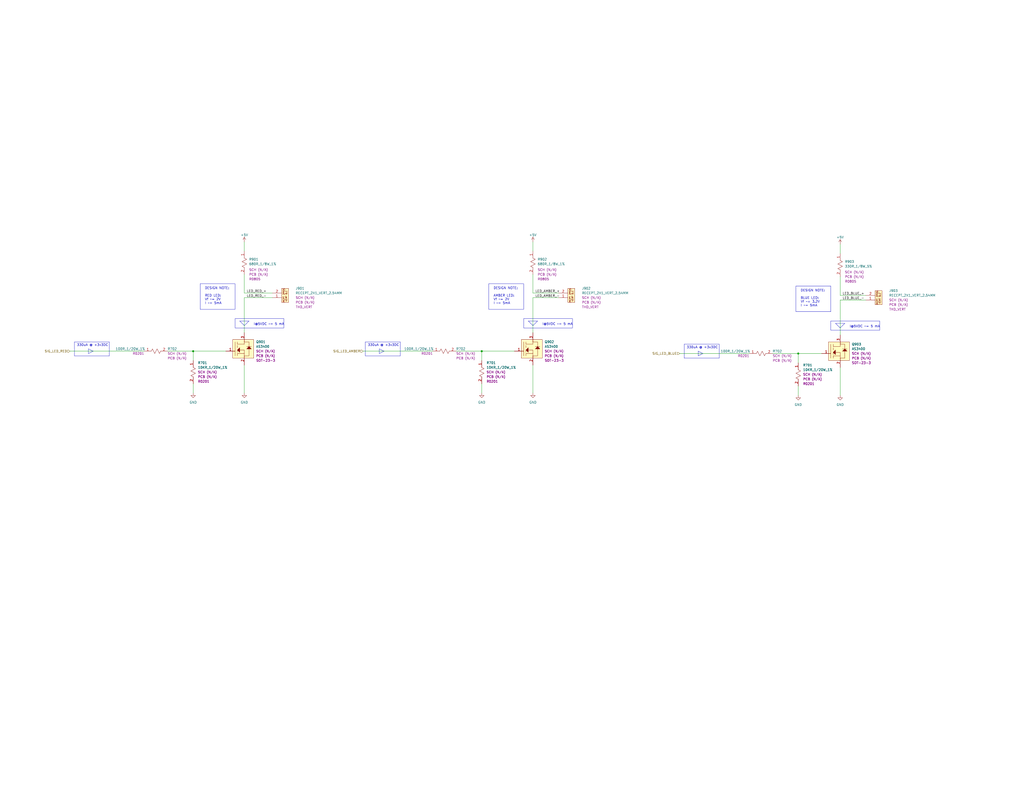
<source format=kicad_sch>
(kicad_sch (version 20230121) (generator eeschema)
  (paper "C")
  (title_block (title "Hot Plate") (date "09/15/2023") (rev "v1.0") (company "Mend0z0") (comment 1 "v1") (comment 2 "RELEASED") (comment 3 "Siavash Taher Parvar") (comment 8 "N/A"))
  (lib_symbols
    (symbol "_SCHLIB_HotPlate:CONN_RECEPT_2POS_VERT_2.54MM"
      (property "Reference" "J" (at 2.54 2.54 0))
      (property "Value" "RECEPT_2X1_VERT_2.54MM" (at 2.54 5.08 0))
      (property "SCH CHECK" "SCH (N/A)" (at 2.54 30.48 0))
      (property "Package" "THD_VERT" (at 2.54 33.02 0))
      (property "PCB CHECk" "PCB (N/A)" (at 2.54 27.94 0))
      (symbol "CONN_RECEPT_2POS_VERT_2.54MM_0_1"
        (rectangle (start 0 0) (end 3.81 -7.62) (fill (type background)))
      )
      (symbol "CONN_RECEPT_2POS_VERT_2.54MM_1_1"
        (text "RCPT 2POS\nVERT 0.1\"" (at 1.905 -3.81 900) (effects (font (size 0.889 0.889))))
        (pin passive line (at -5.08 -2.54 0) (length 5.08) (name "") (number "1"))
        (pin passive line (at -5.08 -5.08 0) (length 5.08) (name "") (number "2"))
      )
    )
    (symbol "_SCHLIB_HotPlate:Q_MOSFET_AS3400_N-CH_30V_5.6A_1.2W_SOT-23-3"
      (property "Reference" "Q" (at 2.54 6.35 0))
      (property "Value" "AS3400" (at 2.54 8.89 0))
      (property "SCH CHECK" "SCH (N/A)" (at 2.54 34.29 0))
      (property "Package" "SOT-23-3" (at 2.54 36.83 0))
      (property "PCB CHECk" "PCB (N/A)" (at 2.54 31.75 0))
      (symbol "Q_MOSFET_AS3400_N-CH_30V_5.6A_1.2W_SOT-23-3_0_1"
        (polyline (pts (xy 5.08 -5.08) (xy 5.08 -12.7)))
        (polyline (pts (xy 6.35 -11.43) (xy 6.35 -12.7)))
        (polyline (pts (xy 6.35 -9.525) (xy 6.35 -10.795)))
        (polyline (pts (xy 6.35 -6.985) (xy 6.35 -8.255)))
        (polyline (pts (xy 6.35 -5.08) (xy 6.35 -6.35)))
        (polyline (pts (xy 11.43 -7.62) (xy 13.97 -7.62)))
        (polyline (pts (xy 6.35 -11.43) (xy 10.16 -11.43) (xy 10.16 -12.7)))
        (polyline (pts (xy 6.35 -6.35) (xy 10.16 -6.35) (xy 10.16 -5.08)))
        (polyline (pts (xy 10.16 -11.43) (xy 10.16 -9.525) (xy 6.35 -9.525)))
        (polyline (pts (xy 7.62 -8.255) (xy 6.35 -9.525) (xy 7.62 -10.795) (xy 7.62 -8.255)) (fill (type outline)))
        (polyline (pts (xy 10.16 -12.7) (xy 12.7 -12.7) (xy 12.7 -5.08) (xy 10.16 -5.08)))
        (polyline (pts (xy 11.43 -8.89) (xy 12.7 -7.62) (xy 13.97 -8.89) (xy 11.43 -8.89)) (fill (type outline)))
        (rectangle (start 3.81 -3.81) (end 15.24 -13.97) (fill (type background)))
      )
      (symbol "Q_MOSFET_AS3400_N-CH_30V_5.6A_1.2W_SOT-23-3_1_1"
        (pin passive line (at 0 -10.16 0) (length 5.08) (name "") (number "1"))
        (pin passive line (at 10.16 -17.78 90) (length 5.08) (name "") (number "2"))
        (pin passive line (at 10.16 0 270) (length 5.08) (name "") (number "3"))
      )
    )
    (symbol "_SCHLIB_HotPlate:RES_100R_1/20W_1%_R0201"
      (property "Reference" "R" (at 2.54 3.81 0))
      (property "Value" "100R_1/20W_1%" (at 2.54 6.35 0))
      (property "SCH CHECK" "SCH (N/A)" (at 2.54 31.75 0))
      (property "Package" "R0201" (at 2.54 34.29 0))
      (property "PCB CHECk" "PCB (N/A)" (at 2.54 29.21 0))
      (symbol "RES_100R_1/20W_1%_R0201_0_0"
        (polyline (pts (xy 3.81 0) (xy 4.445 1.27) (xy 5.715 -1.27) (xy 6.985 1.27) (xy 8.255 -1.27) (xy 8.89 0)))
      )
      (symbol "RES_100R_1/20W_1%_R0201_1_1"
        (pin passive line (at 0 0 0) (length 3.81) (name "") (number "1"))
        (pin passive line (at 12.7 0 180) (length 3.81) (name "") (number "2"))
      )
    )
    (symbol "_SCHLIB_HotPlate:RES_10KR_1/20W_1%_R0201"
      (property "Reference" "R" (at 2.54 5.08 0))
      (property "Value" "10KR_1/20W_1%" (at 2.54 7.62 0))
      (property "SCH CHECK" "SCH (N/A)" (at 2.54 33.02 0))
      (property "Package" "R0201" (at 2.54 35.56 0))
      (property "PCB CHECk" "PCB (N/A)" (at 2.54 30.48 0))
      (symbol "RES_10KR_1/20W_1%_R0201_0_0"
        (polyline (pts (xy 3.81 0) (xy 4.445 1.27) (xy 5.715 -1.27) (xy 6.985 1.27) (xy 8.255 -1.27) (xy 8.89 0)))
      )
      (symbol "RES_10KR_1/20W_1%_R0201_1_1"
        (pin passive line (at 0 0 0) (length 3.81) (name "") (number "1"))
        (pin passive line (at 12.7 0 180) (length 3.81) (name "") (number "2"))
      )
    )
    (symbol "_SCHLIB_HotPlate:RES_330R_1/8W_5%_R0805"
      (property "Reference" "R" (at 2.54 3.81 0))
      (property "Value" "330R_1/8W_5%" (at 2.54 6.35 0))
      (property "SCH CHECK" "SCH (N/A)" (at 2.54 31.75 0))
      (property "Package" "R0805" (at 2.54 34.29 0))
      (property "PCB CHECk" "PCB (N/A)" (at 2.54 29.21 0))
      (symbol "RES_330R_1/8W_5%_R0805_0_0"
        (polyline (pts (xy 3.81 0) (xy 4.445 1.27) (xy 5.715 -1.27) (xy 6.985 1.27) (xy 8.255 -1.27) (xy 8.89 0)))
      )
      (symbol "RES_330R_1/8W_5%_R0805_1_1"
        (pin passive line (at 0 0 0) (length 3.81) (name "") (number "1"))
        (pin passive line (at 12.7 0 180) (length 3.81) (name "") (number "2"))
      )
    )
    (symbol "_SCHLIB_HotPlate:RES_680R_1/8W_1%_R0805"
      (property "Reference" "R" (at 2.54 3.81 0))
      (property "Value" "680R_1/8W_1%" (at 2.54 6.35 0))
      (property "SCH CHECK" "SCH (N/A)" (at 2.54 31.75 0))
      (property "Package" "R0805" (at 2.54 34.29 0))
      (property "PCB CHECk" "PCB (N/A)" (at 2.54 29.21 0))
      (symbol "RES_680R_1/8W_1%_R0805_0_0"
        (polyline (pts (xy 3.81 0) (xy 4.445 1.27) (xy 5.715 -1.27) (xy 6.985 1.27) (xy 8.255 -1.27) (xy 8.89 0)))
      )
      (symbol "RES_680R_1/8W_1%_R0805_1_1"
        (pin passive line (at 0 0 0) (length 3.81) (name "") (number "1"))
        (pin passive line (at 12.7 0 180) (length 3.81) (name "") (number "2"))
      )
    )
    (symbol "power:+5V" (power) (pin_names (offset 0))
      (property "Value" "+5V" (at 0 3.556 0))
      (symbol "+5V_0_1"
        (polyline (pts (xy -0.762 1.27) (xy 0 2.54)))
        (polyline (pts (xy 0 0) (xy 0 2.54)))
        (polyline (pts (xy 0 2.54) (xy 0.762 1.27)))
      )
      (symbol "+5V_1_1"
        (pin power_in line (at 0 0 90) (length 0) hide (name "+5V") (number "1"))
      )
    )
    (symbol "power:GND" (power) (pin_names (offset 0))
      (property "Value" "GND" (at 0 -3.81 0))
      (symbol "GND_0_1"
        (polyline (pts (xy 0 0) (xy 0 -1.27) (xy 1.27 -1.27) (xy 0 -2.54) (xy -1.27 -1.27) (xy 0 -1.27)))
      )
      (symbol "GND_1_1"
        (pin power_in line (at 0 0 270) (length 0) hide (name "GND") (number "1"))
      )
    )
  )
  (junction (at 105.41 191.77))
  (junction (at 435.61 193.04))
  (junction (at 262.89 191.77))
  (polyline (pts (xy 48.26 190.5) (xy 50.8 191.77)))
  (wire (pts (xy 458.47 133.35) (xy 458.47 138.43)))
  (polyline (pts (xy 199.39 186.69) (xy 199.39 194.31)))
  (polyline (pts (xy 381 191.77) (xy 383.54 193.04)))
  (wire (pts (xy 133.35 162.56) (xy 148.59 162.56)))
  (wire (pts (xy 458.47 215.9) (xy 458.47 200.66)))
  (wire (pts (xy 290.83 149.86) (xy 290.83 160.02)))
  (polyline (pts (xy 40.64 186.69) (xy 40.64 194.31)))
  (polyline (pts (xy 48.26 193.04) (xy 50.8 191.77)))
  (wire (pts (xy 458.47 151.13) (xy 458.47 161.29)))
  (wire (pts (xy 435.61 193.04) (xy 448.31 193.04)))
  (polyline (pts (xy 59.69 194.31) (xy 40.64 194.31)))
  (wire (pts (xy 290.83 162.56) (xy 290.83 181.61)))
  (polyline (pts (xy 199.39 186.69) (xy 218.44 186.69)))
  (wire (pts (xy 91.44 191.77) (xy 105.41 191.77)))
  (wire (pts (xy 435.61 193.04) (xy 435.61 198.12)))
  (polyline (pts (xy 373.38 187.96) (xy 392.43 187.96)))
  (wire (pts (xy 133.35 149.86) (xy 133.35 160.02)))
  (wire (pts (xy 133.35 214.63) (xy 133.35 199.39)))
  (polyline (pts (xy 130.81 175.26) (xy 135.89 175.26)))
  (polyline (pts (xy 381 191.77) (xy 381 194.31)))
  (wire (pts (xy 198.12 191.77) (xy 236.22 191.77)))
  (polyline (pts (xy 130.81 175.26) (xy 133.35 177.8)))
  (polyline (pts (xy 455.93 176.53) (xy 461.01 176.53)))
  (polyline (pts (xy 48.26 190.5) (xy 48.26 193.04)))
  (polyline (pts (xy 218.44 194.31) (xy 199.39 194.31)))
  (polyline (pts (xy 133.35 177.8) (xy 135.89 175.26)))
  (wire (pts (xy 105.41 191.77) (xy 123.19 191.77)))
  (polyline (pts (xy 288.29 175.26) (xy 293.37 175.26)))
  (wire (pts (xy 262.89 191.77) (xy 280.67 191.77)))
  (wire (pts (xy 105.41 214.63) (xy 105.41 209.55)))
  (wire (pts (xy 105.41 191.77) (xy 105.41 196.85)))
  (polyline (pts (xy 288.29 175.26) (xy 290.83 177.8)))
  (polyline (pts (xy 59.69 186.69) (xy 59.69 194.31)))
  (wire (pts (xy 262.89 214.63) (xy 262.89 209.55)))
  (wire (pts (xy 290.83 160.02) (xy 304.8 160.02)))
  (polyline (pts (xy 392.43 187.96) (xy 392.43 195.58)))
  (polyline (pts (xy 290.83 177.8) (xy 293.37 175.26)))
  (wire (pts (xy 458.47 161.29) (xy 472.44 161.29)))
  (wire (pts (xy 133.35 160.02) (xy 148.59 160.02)))
  (polyline (pts (xy 458.47 179.07) (xy 461.01 176.53)))
  (wire (pts (xy 290.83 132.08) (xy 290.83 137.16)))
  (polyline (pts (xy 207.01 190.5) (xy 207.01 193.04)))
  (wire (pts (xy 262.89 191.77) (xy 262.89 196.85)))
  (polyline (pts (xy 373.38 187.96) (xy 373.38 195.58)))
  (polyline (pts (xy 455.93 176.53) (xy 458.47 179.07)))
  (wire (pts (xy 38.1 191.77) (xy 78.74 191.77)))
  (wire (pts (xy 290.83 214.63) (xy 290.83 199.39)))
  (polyline (pts (xy 207.01 190.5) (xy 209.55 191.77)))
  (wire (pts (xy 133.35 162.56) (xy 133.35 181.61)))
  (wire (pts (xy 133.35 132.08) (xy 133.35 137.16)))
  (polyline (pts (xy 381 194.31) (xy 383.54 193.04)))
  (wire (pts (xy 435.61 215.9) (xy 435.61 210.82)))
  (wire (pts (xy 458.47 163.83) (xy 458.47 182.88)))
  (wire (pts (xy 248.92 191.77) (xy 262.89 191.77)))
  (wire (pts (xy 458.47 163.83) (xy 472.44 163.83)))
  (polyline (pts (xy 40.64 186.69) (xy 59.69 186.69)))
  (wire (pts (xy 421.64 193.04) (xy 435.61 193.04)))
  (polyline (pts (xy 392.43 195.58) (xy 373.38 195.58)))
  (wire (pts (xy 370.84 193.04) (xy 408.94 193.04)))
  (wire (pts (xy 304.8 162.56) (xy 290.83 162.56)))
  (polyline (pts (xy 218.44 186.69) (xy 218.44 194.31)))
  (polyline (pts (xy 207.01 193.04) (xy 209.55 191.77)))
  (rectangle (start 128.27 173.99) (end 154.94 179.07))
  (rectangle (start 453.39 175.26) (end 480.06 180.34))
  (rectangle (start 266.7 154.94) (end 285.75 168.91))
  (rectangle (start 434.34 156.21) (end 453.39 170.18))
  (rectangle (start 285.75 173.99) (end 312.42 179.07))
  (rectangle (start 109.22 154.94) (end 128.27 168.91))
  (text "DESIGN NOTE:\n\nAMBER LED:\nVf ~= 2V\nI ~= 5mA" (at 269.24 166.37 0) (effects (font (size 1.27 1.27)) (justify left bottom)))
  (text "I@5VDC ~= 5 mA" (at 138.43 177.8 0) (effects (font (size 1.27 1.27)) (justify left bottom)))
  (text "I@5VDC ~= 5 mA" (at 463.55 179.07 0) (effects (font (size 1.27 1.27)) (justify left bottom)))
  (text "DESIGN NOTE:\n\nBLUE LED:\nVf ~= 3.2V\nI ~= 5mA" (at 436.88 167.64 0) (effects (font (size 1.27 1.27)) (justify left bottom)))
  (text "330uA @ +3v3DC" (at 200.66 189.23 0) (effects (font (size 1.27 1.27)) (justify left bottom)))
  (text "DESIGN NOTE:\n\nRED LED:\nVf ~= 2V\nI ~= 5mA" (at 111.76 166.37 0) (effects (font (size 1.27 1.27)) (justify left bottom)))
  (text "I@5VDC ~= 5 mA" (at 295.91 177.8 0) (effects (font (size 1.27 1.27)) (justify left bottom)))
  (text "330uA @ +3v3DC" (at 374.65 190.5 0) (effects (font (size 1.27 1.27)) (justify left bottom)))
  (text "330uA @ +3v3DC" (at 41.91 189.23 0) (effects (font (size 1.27 1.27)) (justify left bottom)))
  (label "LED_BLUE_+" (at 459.74 161.29 0))
  (label "LED_RED_-" (at 134.62 162.56 0))
  (label "LED_BLUE_-" (at 459.74 163.83 0))
  (label "LED_RED_+" (at 134.62 160.02 0))
  (label "LED_AMBER_-" (at 292.1 162.56 0))
  (label "LED_AMBER_+" (at 292.1 160.02 0))
  (hierarchical_label "SIG_LED_AMBER" (shape input) (at 198.12 191.77 180))
  (hierarchical_label "SIG_LED_RED" (shape input) (at 38.1 191.77 180))
  (hierarchical_label "SIG_LED_BLUE" (shape input) (at 370.84 193.04 180))
  (symbol (lib_id "power:+5V") (at 458.47 133.35 0) (unit 1)
    (property "Reference" "#PWR0903" (effects hide))
    (property "Value" "+5V" (at 458.47 129.54 0))
  )
  (symbol (lib_id "_SCHLIB_HotPlate:Q_MOSFET_AS3400_N-CH_30V_5.6A_1.2W_SOT-23-3") (at 123.19 181.61 0) (unit 1)
    (property "Reference" "Q901" (at 139.7 186.69 0) (effects (justify left)))
    (property "Value" "AS3400" (at 139.7 189.23 0) (effects (justify left)))
    (property "Footprint" "Package_TO_SOT_SMD:SOT-23" (effects hide))
    (property "Datasheet" "https://media.digikey.com/pdf/Data%20Sheets/Anbon%20Semi%20PDFs/AS3400.pdf" (effects hide))
    (property "Description" "N-Channel 30 V 5.6A (Ta) 1.2W (Ta) Surface Mount SOT-23" (effects hide))
    (property "Link" "https://www.digikey.ca/en/products/detail/anbon-semiconductor-int-l-limited/AS3400/16708476" (effects hide))
    (property "SCH CHECK" "SCH (N/A)" (at 139.7 191.77 0) (effects (justify left)))
    (property "Package" "SOT-23-3" (at 139.7 196.85 0) (effects (justify left)))
    (property "Part Number (Manufacturer)" "AS3400" (effects hide))
    (property "Manufacturer" "ANBON SEMICONDUCTOR (INT'L) LIMITED" (effects hide))
    (property "Part Number (Vendor)" "4530-AS3400TR-ND" (effects hide))
    (property "Vendor" "Digikey" (effects hide))
    (property "PCB CHECk" "PCB (N/A)" (at 139.7 194.31 0) (effects (justify left)))
  )
  (symbol (lib_id "_SCHLIB_HotPlate:RES_10KR_1/20W_1%_R0201") (at 105.41 196.85 270) (unit 1)
    (property "Reference" "R701" (at 107.95 198.12 90) (effects (justify left)))
    (property "Value" "10KR_1/20W_1%" (at 107.95 200.66 90) (effects (justify left)))
    (property "Footprint" "Resistor_SMD:R_0201_0603Metric" (effects hide))
    (property "Datasheet" "https://www.seielect.com/Catalog/SEI-RMCF_RMCP.pdf" (effects hide))
    (property "Description" "10 kOhms ±1% 0.05W, 1/20W Chip Resistor 0201 (0603 Metric) Thick Film" (effects hide))
    (property "Link" "https://www.digikey.ca/en/products/detail/stackpole-electronics-inc/RMCF0201FT10K0/1714990" (effects hide))
    (property "SCH CHECK" "SCH (N/A)" (at 107.95 203.2 90) (effects (justify left)))
    (property "Package" "R0201" (at 107.95 208.28 90) (effects (justify left)))
    (property "Part Number (Manufacturer)" "RMCF0201FT10K0" (effects hide))
    (property "Manufacturer" "Stackpole Electronics Inc" (effects hide))
    (property "Part Number (Vendor)" "RMCF0201FT10K0TR-ND" (effects hide))
    (property "Vendor" "Digikey" (effects hide))
    (property "PCB CHECk" "PCB (N/A)" (at 107.95 205.74 90) (effects (justify left)))
    (instances (project "_HW_HotPlate" (path "" (reference "R701") (unit 1)) (path "" (reference "R907") (unit 1))))
  )
  (symbol (lib_id "_SCHLIB_HotPlate:CONN_RECEPT_2POS_VERT_2.54MM") (at 153.67 165.1 0) (mirror x) (unit 1)
    (property "Reference" "J901" (at 161.29 157.48 0) (effects (justify left)))
    (property "Value" "RECEPT_2X1_VERT_2.54MM" (at 161.29 160.02 0) (effects (justify left)))
    (property "Footprint" "Connector_PinSocket_2.54mm:PinSocket_1x02_P2.54mm_Vertical" (effects hide))
    (property "Datasheet" "https://app.adam-tech.com/products/download/data_sheet/203013/rs1-xx-g-data-sheet.pdf" (effects hide))
    (property "Description" "2 Position Receptacle Connector 0.100\" (2.54mm) Through Hole Gold" (effects hide))
    (property "Link" "https://www.digikey.ca/en/products/detail/adam-tech/RS1-02-G/9832044" (effects hide))
    (property "SCH CHECK" "SCH (N/A)" (at 161.29 162.56 0) (effects (justify left)))
    (property "Part Number (Manufacturer)" "RS1-02-G" (effects hide))
    (property "Package" "THD_VERT" (at 161.29 167.64 0) (effects (justify left)))
    (property "Manufacturer" "Adam Tech" (effects hide))
    (property "Part Number (Vendor)" "2057-RS1-02-G-ND" (effects hide))
    (property "Vendor" "Digikey" (effects hide))
    (property "PCB CHECk" "PCB (N/A)" (at 161.29 165.1 0) (effects (justify left)))
  )
  (symbol (lib_id "_SCHLIB_HotPlate:RES_330R_1/8W_5%_R0805") (at 458.47 138.43 270) (unit 1)
    (property "Reference" "R903" (at 461.01 142.875 90) (effects (justify left)))
    (property "Value" "330R_1/8W_5%" (at 461.01 145.415 90) (effects (justify left)))
    (property "Footprint" "Resistor_SMD:R_0805_2012Metric" (effects hide))
    (property "Datasheet" "https://www.te.com/usa-en/product-1-2176342-6.datasheet.pdf" (effects hide))
    (property "Description" "330 Ohms ±5% 0.125W, 1/8W Chip Resistor 0805 (2012 Metric) Automotive AEC-Q200, Moisture Resistant Thick Film" (effects hide))
    (property "Link" "https://www.digikey.ca/en/products/detail/te-connectivity-passive-product/CRGCQ0805J330R/8576733" (effects hide))
    (property "SCH CHECK" "SCH (N/A)" (at 461.01 148.59 90) (effects (justify left)))
    (property "Package" "R0805" (at 461.01 153.67 90) (effects (justify left)))
    (property "Part Number (Manufacturer)" "CRGCQ0805J330R" (effects hide))
    (property "Manufacturer" "TE Connectivity Passive Product" (effects hide))
    (property "Part Number (Vendor)" "A130131TR-ND" (effects hide))
    (property "Vendor" "Digikey" (effects hide))
    (property "PCB CHECk" "PCB (N/A)" (at 461.01 151.13 90) (effects (justify left)))
  )
  (symbol (lib_id "power:GND") (at 105.41 214.63 0) (unit 1)
    (property "Reference" "#PWR0702" (effects hide))
    (property "Value" "GND" (at 105.41 219.71 0))
    (instances (project "_HW_HotPlate" (path "" (reference "#PWR0702") (unit 1)) (path "" (reference "#PWR0904") (unit 1))))
  )
  (symbol (lib_id "_SCHLIB_HotPlate:RES_680R_1/8W_1%_R0805") (at 290.83 137.16 270) (unit 1)
    (property "Reference" "R902" (at 293.37 141.605 90) (effects (justify left)))
    (property "Value" "680R_1/8W_1%" (at 293.37 144.145 90) (effects (justify left)))
    (property "Footprint" "Resistor_SMD:R_0805_2012Metric" (effects hide))
    (property "Datasheet" "https://www.yageo.com/upload/media/product/productsearch/datasheet/rchip/PYu-AC_51_RoHS_L_9.pdf" (effects hide))
    (property "Description" "680 Ohms ±1% 0.125W, 1/8W Chip Resistor 0805 (2012 Metric) Automotive AEC-Q200, Moisture Resistant Thick Film" (effects hide))
    (property "Link" "https://www.digikey.ca/en/products/detail/yageo/AC0805FR-07680RL/5896948" (effects hide))
    (property "SCH CHECK" "SCH (N/A)" (at 293.37 147.32 90) (effects (justify left)))
    (property "Package" "R0805" (at 293.37 152.4 90) (effects (justify left)))
    (property "Part Number (Manufacturer)" "AC0805FR-07680RL" (effects hide))
    (property "Manufacturer" "YAGEO" (effects hide))
    (property "Part Number (Vendor)" "13-AC0805FR-07680RLTR-ND" (effects hide))
    (property "Vendor" "Digikey" (effects hide))
    (property "PCB CHECk" "PCB (N/A)" (at 293.37 149.86 90) (effects (justify left)))
  )
  (symbol (lib_id "_SCHLIB_HotPlate:RES_680R_1/8W_1%_R0805") (at 133.35 137.16 270) (unit 1)
    (property "Reference" "R901" (at 135.89 141.605 90) (effects (justify left)))
    (property "Value" "680R_1/8W_1%" (at 135.89 144.145 90) (effects (justify left)))
    (property "Footprint" "Resistor_SMD:R_0805_2012Metric" (effects hide))
    (property "Datasheet" "https://www.yageo.com/upload/media/product/productsearch/datasheet/rchip/PYu-AC_51_RoHS_L_9.pdf" (effects hide))
    (property "Description" "680 Ohms ±1% 0.125W, 1/8W Chip Resistor 0805 (2012 Metric) Automotive AEC-Q200, Moisture Resistant Thick Film" (effects hide))
    (property "Link" "https://www.digikey.ca/en/products/detail/yageo/AC0805FR-07680RL/5896948" (effects hide))
    (property "SCH CHECK" "SCH (N/A)" (at 135.89 147.32 90) (effects (justify left)))
    (property "Package" "R0805" (at 135.89 152.4 90) (effects (justify left)))
    (property "Part Number (Manufacturer)" "AC0805FR-07680RL" (effects hide))
    (property "Manufacturer" "YAGEO" (effects hide))
    (property "Part Number (Vendor)" "13-AC0805FR-07680RLTR-ND" (effects hide))
    (property "Vendor" "Digikey" (effects hide))
    (property "PCB CHECk" "PCB (N/A)" (at 135.89 149.86 90) (effects (justify left)))
  )
  (symbol (lib_id "_SCHLIB_HotPlate:CONN_RECEPT_2POS_VERT_2.54MM") (at 309.88 165.1 0) (mirror x) (unit 1)
    (property "Reference" "J902" (at 317.5 157.48 0) (effects (justify left)))
    (property "Value" "RECEPT_2X1_VERT_2.54MM" (at 317.5 160.02 0) (effects (justify left)))
    (property "Footprint" "Connector_PinSocket_2.54mm:PinSocket_1x02_P2.54mm_Vertical" (effects hide))
    (property "Datasheet" "https://app.adam-tech.com/products/download/data_sheet/203013/rs1-xx-g-data-sheet.pdf" (effects hide))
    (property "Description" "2 Position Receptacle Connector 0.100\" (2.54mm) Through Hole Gold" (effects hide))
    (property "Link" "https://www.digikey.ca/en/products/detail/adam-tech/RS1-02-G/9832044" (effects hide))
    (property "SCH CHECK" "SCH (N/A)" (at 317.5 162.56 0) (effects (justify left)))
    (property "Part Number (Manufacturer)" "RS1-02-G" (effects hide))
    (property "Package" "THD_VERT" (at 317.5 167.64 0) (effects (justify left)))
    (property "Manufacturer" "Adam Tech" (effects hide))
    (property "Part Number (Vendor)" "2057-RS1-02-G-ND" (effects hide))
    (property "Vendor" "Digikey" (effects hide))
    (property "PCB CHECk" "PCB (N/A)" (at 317.5 165.1 0) (effects (justify left)))
  )
  (symbol (lib_id "power:GND") (at 133.35 214.63 0) (unit 1)
    (property "Reference" "#PWR0701" (effects hide))
    (property "Value" "GND" (at 133.35 219.71 0))
    (instances (project "_HW_HotPlate" (path "" (reference "#PWR0701") (unit 1)) (path "" (reference "#PWR0905") (unit 1))))
  )
  (symbol (lib_id "_SCHLIB_HotPlate:Q_MOSFET_AS3400_N-CH_30V_5.6A_1.2W_SOT-23-3") (at 448.31 182.88 0) (unit 1)
    (property "Reference" "Q903" (at 464.82 187.96 0) (effects (justify left)))
    (property "Value" "AS3400" (at 464.82 190.5 0) (effects (justify left)))
    (property "Footprint" "Package_TO_SOT_SMD:SOT-23" (effects hide))
    (property "Datasheet" "https://media.digikey.com/pdf/Data%20Sheets/Anbon%20Semi%20PDFs/AS3400.pdf" (effects hide))
    (property "Description" "N-Channel 30 V 5.6A (Ta) 1.2W (Ta) Surface Mount SOT-23" (effects hide))
    (property "Link" "https://www.digikey.ca/en/products/detail/anbon-semiconductor-int-l-limited/AS3400/16708476" (effects hide))
    (property "SCH CHECK" "SCH (N/A)" (at 464.82 193.04 0) (effects (justify left)))
    (property "Package" "SOT-23-3" (at 464.82 198.12 0) (effects (justify left)))
    (property "Part Number (Manufacturer)" "AS3400" (effects hide))
    (property "Manufacturer" "ANBON SEMICONDUCTOR (INT'L) LIMITED" (effects hide))
    (property "Part Number (Vendor)" "4530-AS3400TR-ND" (effects hide))
    (property "Vendor" "Digikey" (effects hide))
    (property "PCB CHECk" "PCB (N/A)" (at 464.82 195.58 0) (effects (justify left)))
  )
  (symbol (lib_id "_SCHLIB_HotPlate:RES_10KR_1/20W_1%_R0201") (at 435.61 198.12 270) (unit 1)
    (property "Reference" "R701" (at 438.15 199.39 90) (effects (justify left)))
    (property "Value" "10KR_1/20W_1%" (at 438.15 201.93 90) (effects (justify left)))
    (property "Footprint" "Resistor_SMD:R_0201_0603Metric" (effects hide))
    (property "Datasheet" "https://www.seielect.com/Catalog/SEI-RMCF_RMCP.pdf" (effects hide))
    (property "Description" "10 kOhms ±1% 0.05W, 1/20W Chip Resistor 0201 (0603 Metric) Thick Film" (effects hide))
    (property "Link" "https://www.digikey.ca/en/products/detail/stackpole-electronics-inc/RMCF0201FT10K0/1714990" (effects hide))
    (property "SCH CHECK" "SCH (N/A)" (at 438.15 204.47 90) (effects (justify left)))
    (property "Package" "R0201" (at 438.15 209.55 90) (effects (justify left)))
    (property "Part Number (Manufacturer)" "RMCF0201FT10K0" (effects hide))
    (property "Manufacturer" "Stackpole Electronics Inc" (effects hide))
    (property "Part Number (Vendor)" "RMCF0201FT10K0TR-ND" (effects hide))
    (property "Vendor" "Digikey" (effects hide))
    (property "PCB CHECk" "PCB (N/A)" (at 438.15 207.01 90) (effects (justify left)))
    (instances (project "_HW_HotPlate" (path "" (reference "R701") (unit 1)) (path "" (reference "R909") (unit 1))))
  )
  (symbol (lib_id "_SCHLIB_HotPlate:RES_100R_1/20W_1%_R0201") (at 408.94 193.04 0) (unit 1)
    (property "Reference" "R702" (at 424.18 191.77 0))
    (property "Value" "100R_1/20W_1%" (at 401.32 191.77 0))
    (property "Footprint" "Resistor_SMD:R_0201_0603Metric" (effects hide))
    (property "Datasheet" "https://www.seielect.com/Catalog/SEI-RMCF_RMCP.pdf" (effects hide))
    (property "Description" "100 Ohms ±1% 0.05W, 1/20W Chip Resistor 0201 (0603 Metric) Thick Film" (effects hide))
    (property "Link" "https://www.digikey.ca/en/products/detail/stackpole-electronics-inc/RMCF0201FT100R/1714988" (effects hide))
    (property "SCH CHECK" "SCH (N/A)" (at 421.64 194.31 0) (effects (justify left)))
    (property "Package" "R0201" (at 402.59 194.31 0) (effects (justify left)))
    (property "Part Number (Manufacturer)" "RMCF0201FT100R" (effects hide))
    (property "Manufacturer" "Stackpole Electronics Inc" (effects hide))
    (property "Part Number (Vendor)" "RMCF0201FT100RTR-ND" (effects hide))
    (property "Vendor" "Digikey" (effects hide))
    (property "PCB CHECk" "PCB (N/A)" (at 421.64 196.85 0) (effects (justify left)))
    (instances (project "_HW_HotPlate" (path "" (reference "R702") (unit 1)) (path "" (reference "R906") (unit 1))))
  )
  (symbol (lib_id "_SCHLIB_HotPlate:CONN_RECEPT_2POS_VERT_2.54MM") (at 477.52 166.37 0) (mirror x) (unit 1)
    (property "Reference" "J903" (at 485.14 158.75 0) (effects (justify left)))
    (property "Value" "RECEPT_2X1_VERT_2.54MM" (at 485.14 161.29 0) (effects (justify left)))
    (property "Footprint" "Connector_PinSocket_2.54mm:PinSocket_1x02_P2.54mm_Vertical" (effects hide))
    (property "Datasheet" "https://app.adam-tech.com/products/download/data_sheet/203013/rs1-xx-g-data-sheet.pdf" (effects hide))
    (property "Description" "2 Position Receptacle Connector 0.100\" (2.54mm) Through Hole Gold" (effects hide))
    (property "Link" "https://www.digikey.ca/en/products/detail/adam-tech/RS1-02-G/9832044" (effects hide))
    (property "SCH CHECK" "SCH (N/A)" (at 485.14 163.83 0) (effects (justify left)))
    (property "Part Number (Manufacturer)" "RS1-02-G" (effects hide))
    (property "Package" "THD_VERT" (at 485.14 168.91 0) (effects (justify left)))
    (property "Manufacturer" "Adam Tech" (effects hide))
    (property "Part Number (Vendor)" "2057-RS1-02-G-ND" (effects hide))
    (property "Vendor" "Digikey" (effects hide))
    (property "PCB CHECk" "PCB (N/A)" (at 485.14 166.37 0) (effects (justify left)))
  )
  (symbol (lib_id "power:GND") (at 262.89 214.63 0) (unit 1)
    (property "Reference" "#PWR0702" (effects hide))
    (property "Value" "GND" (at 262.89 219.71 0))
    (instances (project "_HW_HotPlate" (path "" (reference "#PWR0702") (unit 1)) (path "" (reference "#PWR0906") (unit 1))))
  )
  (symbol (lib_id "power:GND") (at 290.83 214.63 0) (unit 1)
    (property "Reference" "#PWR0701" (effects hide))
    (property "Value" "GND" (at 290.83 219.71 0))
    (instances (project "_HW_HotPlate" (path "" (reference "#PWR0701") (unit 1)) (path "" (reference "#PWR0907") (unit 1))))
  )
  (symbol (lib_id "_SCHLIB_HotPlate:Q_MOSFET_AS3400_N-CH_30V_5.6A_1.2W_SOT-23-3") (at 280.67 181.61 0) (unit 1)
    (property "Reference" "Q902" (at 297.18 186.69 0) (effects (justify left)))
    (property "Value" "AS3400" (at 297.18 189.23 0) (effects (justify left)))
    (property "Footprint" "Package_TO_SOT_SMD:SOT-23" (effects hide))
    (property "Datasheet" "https://media.digikey.com/pdf/Data%20Sheets/Anbon%20Semi%20PDFs/AS3400.pdf" (effects hide))
    (property "Description" "N-Channel 30 V 5.6A (Ta) 1.2W (Ta) Surface Mount SOT-23" (effects hide))
    (property "Link" "https://www.digikey.ca/en/products/detail/anbon-semiconductor-int-l-limited/AS3400/16708476" (effects hide))
    (property "SCH CHECK" "SCH (N/A)" (at 297.18 191.77 0) (effects (justify left)))
    (property "Package" "SOT-23-3" (at 297.18 196.85 0) (effects (justify left)))
    (property "Part Number (Manufacturer)" "AS3400" (effects hide))
    (property "Manufacturer" "ANBON SEMICONDUCTOR (INT'L) LIMITED" (effects hide))
    (property "Part Number (Vendor)" "4530-AS3400TR-ND" (effects hide))
    (property "Vendor" "Digikey" (effects hide))
    (property "PCB CHECk" "PCB (N/A)" (at 297.18 194.31 0) (effects (justify left)))
  )
  (symbol (lib_id "_SCHLIB_HotPlate:RES_10KR_1/20W_1%_R0201") (at 262.89 196.85 270) (unit 1)
    (property "Reference" "R701" (at 265.43 198.12 90) (effects (justify left)))
    (property "Value" "10KR_1/20W_1%" (at 265.43 200.66 90) (effects (justify left)))
    (property "Footprint" "Resistor_SMD:R_0201_0603Metric" (effects hide))
    (property "Datasheet" "https://www.seielect.com/Catalog/SEI-RMCF_RMCP.pdf" (effects hide))
    (property "Description" "10 kOhms ±1% 0.05W, 1/20W Chip Resistor 0201 (0603 Metric) Thick Film" (effects hide))
    (property "Link" "https://www.digikey.ca/en/products/detail/stackpole-electronics-inc/RMCF0201FT10K0/1714990" (effects hide))
    (property "SCH CHECK" "SCH (N/A)" (at 265.43 203.2 90) (effects (justify left)))
    (property "Package" "R0201" (at 265.43 208.28 90) (effects (justify left)))
    (property "Part Number (Manufacturer)" "RMCF0201FT10K0" (effects hide))
    (property "Manufacturer" "Stackpole Electronics Inc" (effects hide))
    (property "Part Number (Vendor)" "RMCF0201FT10K0TR-ND" (effects hide))
    (property "Vendor" "Digikey" (effects hide))
    (property "PCB CHECk" "PCB (N/A)" (at 265.43 205.74 90) (effects (justify left)))
    (instances (project "_HW_HotPlate" (path "" (reference "R701") (unit 1)) (path "" (reference "R908") (unit 1))))
  )
  (symbol (lib_id "power:+5V") (at 133.35 132.08 0) (unit 1)
    (property "Reference" "#PWR0901" (effects hide))
    (property "Value" "+5V" (at 133.35 128.27 0))
  )
  (symbol (lib_id "_SCHLIB_HotPlate:RES_100R_1/20W_1%_R0201") (at 236.22 191.77 0) (unit 1)
    (property "Reference" "R702" (at 251.46 190.5 0))
    (property "Value" "100R_1/20W_1%" (at 228.6 190.5 0))
    (property "Footprint" "Resistor_SMD:R_0201_0603Metric" (effects hide))
    (property "Datasheet" "https://www.seielect.com/Catalog/SEI-RMCF_RMCP.pdf" (effects hide))
    (property "Description" "100 Ohms ±1% 0.05W, 1/20W Chip Resistor 0201 (0603 Metric) Thick Film" (effects hide))
    (property "Link" "https://www.digikey.ca/en/products/detail/stackpole-electronics-inc/RMCF0201FT100R/1714988" (effects hide))
    (property "SCH CHECK" "SCH (N/A)" (at 248.92 193.04 0) (effects (justify left)))
    (property "Package" "R0201" (at 229.87 193.04 0) (effects (justify left)))
    (property "Part Number (Manufacturer)" "RMCF0201FT100R" (effects hide))
    (property "Manufacturer" "Stackpole Electronics Inc" (effects hide))
    (property "Part Number (Vendor)" "RMCF0201FT100RTR-ND" (effects hide))
    (property "Vendor" "Digikey" (effects hide))
    (property "PCB CHECk" "PCB (N/A)" (at 248.92 195.58 0) (effects (justify left)))
    (instances (project "_HW_HotPlate" (path "" (reference "R702") (unit 1)) (path "" (reference "R905") (unit 1))))
  )
  (symbol (lib_id "_SCHLIB_HotPlate:RES_100R_1/20W_1%_R0201") (at 78.74 191.77 0) (unit 1)
    (property "Reference" "R702" (at 93.98 190.5 0))
    (property "Value" "100R_1/20W_1%" (at 71.12 190.5 0))
    (property "Footprint" "Resistor_SMD:R_0201_0603Metric" (effects hide))
    (property "Datasheet" "https://www.seielect.com/Catalog/SEI-RMCF_RMCP.pdf" (effects hide))
    (property "Description" "100 Ohms ±1% 0.05W, 1/20W Chip Resistor 0201 (0603 Metric) Thick Film" (effects hide))
    (property "Link" "https://www.digikey.ca/en/products/detail/stackpole-electronics-inc/RMCF0201FT100R/1714988" (effects hide))
    (property "SCH CHECK" "SCH (N/A)" (at 91.44 193.04 0) (effects (justify left)))
    (property "Package" "R0201" (at 72.39 193.04 0) (effects (justify left)))
    (property "Part Number (Manufacturer)" "RMCF0201FT100R" (effects hide))
    (property "Manufacturer" "Stackpole Electronics Inc" (effects hide))
    (property "Part Number (Vendor)" "RMCF0201FT100RTR-ND" (effects hide))
    (property "Vendor" "Digikey" (effects hide))
    (property "PCB CHECk" "PCB (N/A)" (at 91.44 195.58 0) (effects (justify left)))
    (instances (project "_HW_HotPlate" (path "" (reference "R702") (unit 1)) (path "" (reference "R904") (unit 1))))
  )
  (symbol (lib_id "power:+5V") (at 290.83 132.08 0) (unit 1)
    (property "Reference" "#PWR0902" (effects hide))
    (property "Value" "+5V" (at 290.83 128.27 0))
  )
  (symbol (lib_id "power:GND") (at 435.61 215.9 0) (unit 1)
    (property "Reference" "#PWR0702" (effects hide))
    (property "Value" "GND" (at 435.61 220.98 0))
    (instances (project "_HW_HotPlate" (path "" (reference "#PWR0702") (unit 1)) (path "" (reference "#PWR0908") (unit 1))))
  )
  (symbol (lib_id "power:GND") (at 458.47 215.9 0) (unit 1)
    (property "Reference" "#PWR0701" (effects hide))
    (property "Value" "GND" (at 458.47 220.98 0))
    (instances (project "_HW_HotPlate" (path "" (reference "#PWR0701") (unit 1)) (path "" (reference "#PWR0909") (unit 1))))
  )
)
</source>
